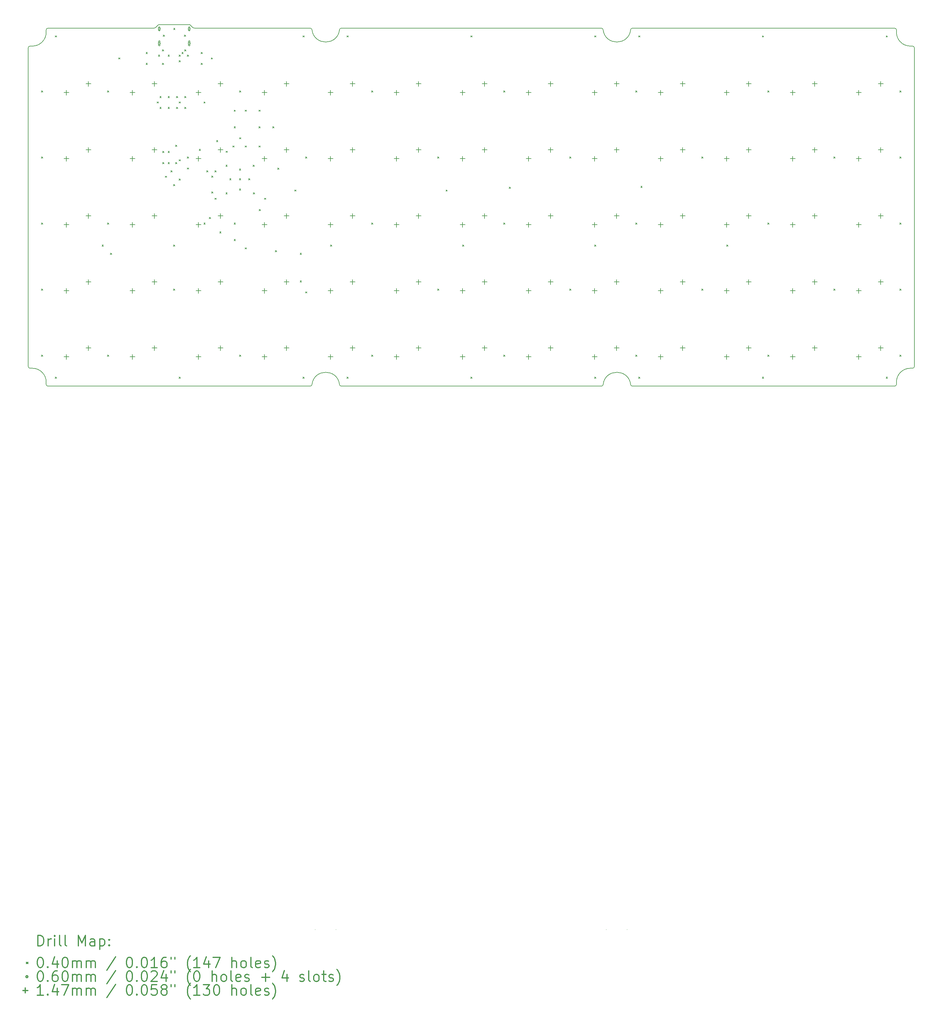
<source format=gbr>
%FSLAX45Y45*%
G04 Gerber Fmt 4.5, Leading zero omitted, Abs format (unit mm)*
G04 Created by KiCad (PCBNEW 5.1.9+dfsg1-1) date 2021-12-29 06:26:32*
%MOMM*%
%LPD*%
G01*
G04 APERTURE LIST*
%TA.AperFunction,Profile*%
%ADD10C,0.200000*%
%TD*%
%ADD11C,0.200000*%
%ADD12C,0.300000*%
G04 APERTURE END LIST*
D10*
X18514479Y-13103060D02*
X11008906Y-13103060D01*
X19408906Y-2778060D02*
X26977035Y-2778060D01*
X27027035Y-12985903D02*
X27027035Y-13053060D01*
X27027035Y-12985903D02*
G75*
G02*
X27427035Y-12585903I400000J0D01*
G01*
X27494193Y-12585903D02*
X27427035Y-12585903D01*
X27544193Y-12535903D02*
G75*
G02*
X27494193Y-12585903I-50000J0D01*
G01*
X19359216Y-2822504D02*
G75*
G02*
X18564170Y-2822504I-397523J44444D01*
G01*
X5668482Y-2748771D02*
X5739193Y-2678060D01*
X10114479Y-2778060D02*
G75*
G02*
X10164170Y-2822504I0J-50000D01*
G01*
X27494193Y-3295217D02*
G75*
G02*
X27544193Y-3345217I0J-50000D01*
G01*
X11008906Y-2778060D02*
X18514479Y-2778060D01*
X6639193Y-2678060D02*
X6709903Y-2748771D01*
X19408906Y-13103060D02*
G75*
G02*
X19359216Y-13058615I0J50000D01*
G01*
X26977035Y-13103060D02*
X19408906Y-13103060D01*
X19359216Y-2822504D02*
G75*
G02*
X19408906Y-2778060I49690J-5556D01*
G01*
X2496350Y-2895217D02*
G75*
G02*
X2096350Y-3295217I-400000J0D01*
G01*
X2096350Y-12585903D02*
X2029193Y-12585903D01*
X27544193Y-3345217D02*
X27544193Y-12535903D01*
X10255343Y-28767900D02*
X10255343Y-28767900D01*
X19255343Y-28767900D02*
X19255343Y-28767900D01*
X10855343Y-28767900D02*
X10855343Y-28767900D01*
X10959216Y-2822504D02*
G75*
G02*
X10164170Y-2822504I-397523J44444D01*
G01*
X10164170Y-13058616D02*
G75*
G02*
X10114479Y-13103060I-49690J5556D01*
G01*
X27427035Y-3295217D02*
X27494193Y-3295217D01*
X1979193Y-12535903D02*
X1979193Y-3345217D01*
X2496350Y-13053060D02*
X2496350Y-12985903D01*
X10114479Y-13103060D02*
X2546350Y-13103060D01*
X18514479Y-2778060D02*
G75*
G02*
X18564170Y-2822504I0J-50000D01*
G01*
X11008906Y-13103060D02*
G75*
G02*
X10959216Y-13058615I0J50000D01*
G01*
X18564170Y-13058616D02*
G75*
G02*
X19359216Y-13058615I397523J-44444D01*
G01*
X27027035Y-13053060D02*
G75*
G02*
X26977035Y-13103060I-50000J0D01*
G01*
X2029193Y-12585903D02*
G75*
G02*
X1979193Y-12535903I0J50000D01*
G01*
X2096350Y-12585903D02*
G75*
G02*
X2496350Y-12985903I0J-400000D01*
G01*
X2496350Y-2895217D02*
X2496350Y-2828060D01*
X2496350Y-2828060D02*
G75*
G02*
X2546350Y-2778060I50000J0D01*
G01*
X2029193Y-3295217D02*
X2096350Y-3295217D01*
X1979193Y-3345217D02*
G75*
G02*
X2029193Y-3295217I50000J0D01*
G01*
X5739193Y-2678060D02*
X6639193Y-2678060D01*
X10164170Y-13058616D02*
G75*
G02*
X10959216Y-13058615I397523J-44444D01*
G01*
X5668482Y-2748771D02*
G75*
G02*
X5597771Y-2778060I-70711J70711D01*
G01*
X10959216Y-2822504D02*
G75*
G02*
X11008906Y-2778060I49690J-5556D01*
G01*
X18564170Y-13058616D02*
G75*
G02*
X18514479Y-13103060I-49690J5556D01*
G01*
X2546350Y-2778060D02*
X5597771Y-2778060D01*
X6780614Y-2778060D02*
G75*
G02*
X6709903Y-2748771I0J100000D01*
G01*
X26977035Y-2778060D02*
G75*
G02*
X27027035Y-2828060I0J-50000D01*
G01*
X27027035Y-2828060D02*
X27027035Y-2895217D01*
X6780614Y-2778060D02*
X10114479Y-2778060D01*
X27427035Y-3295217D02*
G75*
G02*
X27027035Y-2895217I0J400000D01*
G01*
X18655343Y-28767900D02*
X18655343Y-28767900D01*
X2546350Y-13103060D02*
G75*
G02*
X2496350Y-13053060I0J50000D01*
G01*
D11*
X2361250Y-4583750D02*
X2401250Y-4623750D01*
X2401250Y-4583750D02*
X2361250Y-4623750D01*
X2361250Y-6488750D02*
X2401250Y-6528750D01*
X2401250Y-6488750D02*
X2361250Y-6528750D01*
X2361250Y-8393750D02*
X2401250Y-8433750D01*
X2401250Y-8393750D02*
X2361250Y-8433750D01*
X2361250Y-10298750D02*
X2401250Y-10338750D01*
X2401250Y-10298750D02*
X2361250Y-10338750D01*
X2361250Y-12203750D02*
X2401250Y-12243750D01*
X2401250Y-12203750D02*
X2361250Y-12243750D01*
X2758125Y-2996250D02*
X2798125Y-3036250D01*
X2798125Y-2996250D02*
X2758125Y-3036250D01*
X2758125Y-12838750D02*
X2798125Y-12878750D01*
X2798125Y-12838750D02*
X2758125Y-12878750D01*
X4107500Y-9028750D02*
X4147500Y-9068750D01*
X4147500Y-9028750D02*
X4107500Y-9068750D01*
X4266250Y-4583750D02*
X4306250Y-4623750D01*
X4306250Y-4583750D02*
X4266250Y-4623750D01*
X4266250Y-8393750D02*
X4306250Y-8433750D01*
X4306250Y-8393750D02*
X4266250Y-8433750D01*
X4266250Y-12203750D02*
X4306250Y-12243750D01*
X4306250Y-12203750D02*
X4266250Y-12243750D01*
X4345625Y-9266875D02*
X4385625Y-9306875D01*
X4385625Y-9266875D02*
X4345625Y-9306875D01*
X4583750Y-3631250D02*
X4623750Y-3671250D01*
X4623750Y-3631250D02*
X4583750Y-3671250D01*
X5377500Y-3472500D02*
X5417500Y-3512500D01*
X5417500Y-3472500D02*
X5377500Y-3512500D01*
X5377500Y-3790000D02*
X5417500Y-3830000D01*
X5417500Y-3790000D02*
X5377500Y-3830000D01*
X5695000Y-4901250D02*
X5735000Y-4941250D01*
X5735000Y-4901250D02*
X5695000Y-4941250D01*
X5733100Y-3551875D02*
X5773100Y-3591875D01*
X5773100Y-3551875D02*
X5733100Y-3591875D01*
X5774375Y-4742500D02*
X5814375Y-4782500D01*
X5814375Y-4742500D02*
X5774375Y-4782500D01*
X5774375Y-5060000D02*
X5814375Y-5100000D01*
X5814375Y-5060000D02*
X5774375Y-5100000D01*
X5847400Y-3396300D02*
X5887400Y-3436300D01*
X5887400Y-3396300D02*
X5847400Y-3436300D01*
X5847400Y-3790000D02*
X5887400Y-3830000D01*
X5887400Y-3790000D02*
X5847400Y-3830000D01*
X5853750Y-6330000D02*
X5893750Y-6370000D01*
X5893750Y-6330000D02*
X5853750Y-6370000D01*
X5853750Y-6647500D02*
X5893750Y-6687500D01*
X5893750Y-6647500D02*
X5853750Y-6687500D01*
X5872800Y-2977200D02*
X5912800Y-3017200D01*
X5912800Y-2977200D02*
X5872800Y-3017200D01*
X5933125Y-7044375D02*
X5973125Y-7084375D01*
X5973125Y-7044375D02*
X5933125Y-7084375D01*
X6012500Y-3551875D02*
X6052500Y-3591875D01*
X6052500Y-3551875D02*
X6012500Y-3591875D01*
X6012500Y-4742500D02*
X6052500Y-4782500D01*
X6052500Y-4742500D02*
X6012500Y-4782500D01*
X6012500Y-5060000D02*
X6052500Y-5100000D01*
X6052500Y-5060000D02*
X6012500Y-5100000D01*
X6012500Y-6330000D02*
X6052500Y-6370000D01*
X6052500Y-6330000D02*
X6012500Y-6370000D01*
X6012500Y-6647500D02*
X6052500Y-6687500D01*
X6052500Y-6647500D02*
X6012500Y-6687500D01*
X6091875Y-6885625D02*
X6131875Y-6925625D01*
X6131875Y-6885625D02*
X6091875Y-6925625D01*
X6171250Y-7282500D02*
X6211250Y-7322500D01*
X6211250Y-7282500D02*
X6171250Y-7322500D01*
X6171250Y-9028750D02*
X6211250Y-9068750D01*
X6211250Y-9028750D02*
X6171250Y-9068750D01*
X6171250Y-10298750D02*
X6211250Y-10338750D01*
X6211250Y-10298750D02*
X6171250Y-10338750D01*
X6173000Y-2778600D02*
X6213000Y-2818600D01*
X6213000Y-2778600D02*
X6173000Y-2818600D01*
X6228400Y-6152200D02*
X6268400Y-6192200D01*
X6268400Y-6152200D02*
X6228400Y-6192200D01*
X6228400Y-6647500D02*
X6268400Y-6687500D01*
X6268400Y-6647500D02*
X6228400Y-6687500D01*
X6250625Y-4742500D02*
X6290625Y-4782500D01*
X6290625Y-4742500D02*
X6250625Y-4782500D01*
X6250625Y-5060000D02*
X6290625Y-5100000D01*
X6290625Y-5060000D02*
X6250625Y-5100000D01*
X6330000Y-3551875D02*
X6370000Y-3591875D01*
X6370000Y-3551875D02*
X6330000Y-3591875D01*
X6330000Y-3710625D02*
X6370000Y-3750625D01*
X6370000Y-3710625D02*
X6330000Y-3750625D01*
X6330000Y-4901250D02*
X6370000Y-4941250D01*
X6370000Y-4901250D02*
X6330000Y-4941250D01*
X6330000Y-6568125D02*
X6370000Y-6608125D01*
X6370000Y-6568125D02*
X6330000Y-6608125D01*
X6330000Y-7123750D02*
X6370000Y-7163750D01*
X6370000Y-7123750D02*
X6330000Y-7163750D01*
X6330000Y-12838750D02*
X6370000Y-12878750D01*
X6370000Y-12838750D02*
X6330000Y-12878750D01*
X6409216Y-3472341D02*
X6449216Y-3512341D01*
X6449216Y-3472341D02*
X6409216Y-3512341D01*
X6482400Y-2977200D02*
X6522400Y-3017200D01*
X6522400Y-2977200D02*
X6482400Y-3017200D01*
X6488750Y-4742500D02*
X6528750Y-4782500D01*
X6528750Y-4742500D02*
X6488750Y-4782500D01*
X6488750Y-5060000D02*
X6528750Y-5100000D01*
X6528750Y-5060000D02*
X6488750Y-5100000D01*
X6491250Y-3395625D02*
X6531250Y-3435625D01*
X6531250Y-3395625D02*
X6491250Y-3435625D01*
X6568125Y-3551875D02*
X6608125Y-3591875D01*
X6608125Y-3551875D02*
X6568125Y-3591875D01*
X6568125Y-6488750D02*
X6608125Y-6528750D01*
X6608125Y-6488750D02*
X6568125Y-6528750D01*
X6568125Y-6806250D02*
X6608125Y-6846250D01*
X6608125Y-6806250D02*
X6568125Y-6846250D01*
X6908854Y-6266500D02*
X6948854Y-6306500D01*
X6948854Y-6266500D02*
X6908854Y-6306500D01*
X6965000Y-3472500D02*
X7005000Y-3512500D01*
X7005000Y-3472500D02*
X6965000Y-3512500D01*
X6965000Y-3790000D02*
X7005000Y-3830000D01*
X7005000Y-3790000D02*
X6965000Y-3830000D01*
X7044375Y-4901250D02*
X7084375Y-4941250D01*
X7084375Y-4901250D02*
X7044375Y-4941250D01*
X7044375Y-8393750D02*
X7084375Y-8433750D01*
X7084375Y-8393750D02*
X7044375Y-8433750D01*
X7123750Y-6885625D02*
X7163750Y-6925625D01*
X7163750Y-6885625D02*
X7123750Y-6925625D01*
X7203125Y-8235000D02*
X7243125Y-8275000D01*
X7243125Y-8235000D02*
X7203125Y-8275000D01*
X7256507Y-3631250D02*
X7296507Y-3671250D01*
X7296507Y-3631250D02*
X7256507Y-3671250D01*
X7269800Y-7041200D02*
X7309800Y-7081200D01*
X7309800Y-7041200D02*
X7269800Y-7081200D01*
X7269800Y-7498400D02*
X7309800Y-7538400D01*
X7309800Y-7498400D02*
X7269800Y-7538400D01*
X7361875Y-6885625D02*
X7401875Y-6925625D01*
X7401875Y-6885625D02*
X7361875Y-6925625D01*
X7361875Y-7679375D02*
X7401875Y-7719375D01*
X7401875Y-7679375D02*
X7361875Y-7719375D01*
X7409500Y-6012500D02*
X7449500Y-6052500D01*
X7449500Y-6012500D02*
X7409500Y-6052500D01*
X7502929Y-8649571D02*
X7542929Y-8689571D01*
X7542929Y-8649571D02*
X7502929Y-8689571D01*
X7679375Y-6726875D02*
X7719375Y-6766875D01*
X7719375Y-6726875D02*
X7679375Y-6766875D01*
X7679375Y-7520625D02*
X7719375Y-7560625D01*
X7719375Y-7520625D02*
X7679375Y-7560625D01*
X7686618Y-6322757D02*
X7726618Y-6362757D01*
X7726618Y-6322757D02*
X7686618Y-6362757D01*
X7790500Y-7117400D02*
X7830500Y-7157400D01*
X7830500Y-7117400D02*
X7790500Y-7157400D01*
X7879400Y-6171250D02*
X7919400Y-6211250D01*
X7919400Y-6171250D02*
X7879400Y-6211250D01*
X7917500Y-5139375D02*
X7957500Y-5179375D01*
X7957500Y-5139375D02*
X7917500Y-5179375D01*
X7917500Y-5615625D02*
X7957500Y-5655625D01*
X7957500Y-5615625D02*
X7917500Y-5655625D01*
X7917500Y-8393750D02*
X7957500Y-8433750D01*
X7957500Y-8393750D02*
X7917500Y-8433750D01*
X7917500Y-8870000D02*
X7957500Y-8910000D01*
X7957500Y-8870000D02*
X7917500Y-8910000D01*
X8069900Y-6838000D02*
X8109900Y-6878000D01*
X8109900Y-6838000D02*
X8069900Y-6878000D01*
X8069900Y-7117400D02*
X8109900Y-7157400D01*
X8109900Y-7117400D02*
X8069900Y-7157400D01*
X8069900Y-7409500D02*
X8109900Y-7449500D01*
X8109900Y-7409500D02*
X8069900Y-7449500D01*
X8076250Y-4583750D02*
X8116250Y-4623750D01*
X8116250Y-4583750D02*
X8076250Y-4623750D01*
X8076250Y-5933125D02*
X8116250Y-5973125D01*
X8116250Y-5933125D02*
X8076250Y-5973125D01*
X8076250Y-12203750D02*
X8116250Y-12243750D01*
X8116250Y-12203750D02*
X8076250Y-12243750D01*
X8235000Y-5139375D02*
X8275000Y-5179375D01*
X8275000Y-5139375D02*
X8235000Y-5179375D01*
X8235000Y-6171250D02*
X8275000Y-6211250D01*
X8275000Y-6171250D02*
X8235000Y-6211250D01*
X8235000Y-9108125D02*
X8275000Y-9148125D01*
X8275000Y-9108125D02*
X8235000Y-9148125D01*
X8336600Y-7117400D02*
X8376600Y-7157400D01*
X8376600Y-7117400D02*
X8336600Y-7157400D01*
X8463600Y-6723700D02*
X8503600Y-6763700D01*
X8503600Y-6723700D02*
X8463600Y-6763700D01*
X8473125Y-7520625D02*
X8513125Y-7560625D01*
X8513125Y-7520625D02*
X8473125Y-7560625D01*
X8631875Y-5139375D02*
X8671875Y-5179375D01*
X8671875Y-5139375D02*
X8631875Y-5179375D01*
X8631875Y-5615625D02*
X8671875Y-5655625D01*
X8671875Y-5615625D02*
X8631875Y-5655625D01*
X8631875Y-6171250D02*
X8671875Y-6211250D01*
X8671875Y-6171250D02*
X8631875Y-6211250D01*
X8641013Y-8002899D02*
X8681013Y-8042899D01*
X8681013Y-8002899D02*
X8641013Y-8042899D01*
X8795825Y-7679375D02*
X8835825Y-7719375D01*
X8835825Y-7679375D02*
X8795825Y-7719375D01*
X9028750Y-5615625D02*
X9068750Y-5655625D01*
X9068750Y-5615625D02*
X9028750Y-5655625D01*
X9108125Y-9187500D02*
X9148125Y-9227500D01*
X9148125Y-9187500D02*
X9108125Y-9227500D01*
X9174800Y-6812600D02*
X9214800Y-6852600D01*
X9214800Y-6812600D02*
X9174800Y-6852600D01*
X9663750Y-7441250D02*
X9703750Y-7481250D01*
X9703750Y-7441250D02*
X9663750Y-7481250D01*
X9822500Y-9266875D02*
X9862500Y-9306875D01*
X9862500Y-9266875D02*
X9822500Y-9306875D01*
X9822500Y-10060625D02*
X9862500Y-10100625D01*
X9862500Y-10060625D02*
X9822500Y-10100625D01*
X9901875Y-2996250D02*
X9941875Y-3036250D01*
X9941875Y-2996250D02*
X9901875Y-3036250D01*
X9901875Y-12838750D02*
X9941875Y-12878750D01*
X9941875Y-12838750D02*
X9901875Y-12878750D01*
X9981250Y-6488750D02*
X10021250Y-6528750D01*
X10021250Y-6488750D02*
X9981250Y-6528750D01*
X9981250Y-10378125D02*
X10021250Y-10418125D01*
X10021250Y-10378125D02*
X9981250Y-10418125D01*
X10695625Y-9028750D02*
X10735625Y-9068750D01*
X10735625Y-9028750D02*
X10695625Y-9068750D01*
X11171875Y-2996250D02*
X11211875Y-3036250D01*
X11211875Y-2996250D02*
X11171875Y-3036250D01*
X11171875Y-12838750D02*
X11211875Y-12878750D01*
X11211875Y-12838750D02*
X11171875Y-12878750D01*
X11886250Y-4583750D02*
X11926250Y-4623750D01*
X11926250Y-4583750D02*
X11886250Y-4623750D01*
X11886250Y-8393750D02*
X11926250Y-8433750D01*
X11926250Y-8393750D02*
X11886250Y-8433750D01*
X11886250Y-12203750D02*
X11926250Y-12243750D01*
X11926250Y-12203750D02*
X11886250Y-12243750D01*
X13791250Y-6488750D02*
X13831250Y-6528750D01*
X13831250Y-6488750D02*
X13791250Y-6528750D01*
X13791250Y-10298750D02*
X13831250Y-10338750D01*
X13831250Y-10298750D02*
X13791250Y-10338750D01*
X14029375Y-7441250D02*
X14069375Y-7481250D01*
X14069375Y-7441250D02*
X14029375Y-7481250D01*
X14505625Y-9028750D02*
X14545625Y-9068750D01*
X14545625Y-9028750D02*
X14505625Y-9068750D01*
X14743750Y-2996250D02*
X14783750Y-3036250D01*
X14783750Y-2996250D02*
X14743750Y-3036250D01*
X14743750Y-12838750D02*
X14783750Y-12878750D01*
X14783750Y-12838750D02*
X14743750Y-12878750D01*
X15696250Y-4583750D02*
X15736250Y-4623750D01*
X15736250Y-4583750D02*
X15696250Y-4623750D01*
X15696250Y-8393750D02*
X15736250Y-8433750D01*
X15736250Y-8393750D02*
X15696250Y-8433750D01*
X15696250Y-12203750D02*
X15736250Y-12243750D01*
X15736250Y-12203750D02*
X15696250Y-12243750D01*
X15855000Y-7361875D02*
X15895000Y-7401875D01*
X15895000Y-7361875D02*
X15855000Y-7401875D01*
X17601250Y-6488750D02*
X17641250Y-6528750D01*
X17641250Y-6488750D02*
X17601250Y-6528750D01*
X17601250Y-10298750D02*
X17641250Y-10338750D01*
X17641250Y-10298750D02*
X17601250Y-10338750D01*
X18315625Y-2996250D02*
X18355625Y-3036250D01*
X18355625Y-2996250D02*
X18315625Y-3036250D01*
X18315625Y-9028750D02*
X18355625Y-9068750D01*
X18355625Y-9028750D02*
X18315625Y-9068750D01*
X18315625Y-12838750D02*
X18355625Y-12878750D01*
X18355625Y-12838750D02*
X18315625Y-12878750D01*
X19506250Y-4583750D02*
X19546250Y-4623750D01*
X19546250Y-4583750D02*
X19506250Y-4623750D01*
X19506250Y-8393750D02*
X19546250Y-8433750D01*
X19546250Y-8393750D02*
X19506250Y-8433750D01*
X19506250Y-12203750D02*
X19546250Y-12243750D01*
X19546250Y-12203750D02*
X19506250Y-12243750D01*
X19585625Y-2996250D02*
X19625625Y-3036250D01*
X19625625Y-2996250D02*
X19585625Y-3036250D01*
X19585625Y-12838750D02*
X19625625Y-12878750D01*
X19625625Y-12838750D02*
X19585625Y-12878750D01*
X19652300Y-7333300D02*
X19692300Y-7373300D01*
X19692300Y-7333300D02*
X19652300Y-7373300D01*
X21411250Y-6488750D02*
X21451250Y-6528750D01*
X21451250Y-6488750D02*
X21411250Y-6528750D01*
X21411250Y-10298750D02*
X21451250Y-10338750D01*
X21451250Y-10298750D02*
X21411250Y-10338750D01*
X22125625Y-9028750D02*
X22165625Y-9068750D01*
X22165625Y-9028750D02*
X22125625Y-9068750D01*
X23157500Y-2996250D02*
X23197500Y-3036250D01*
X23197500Y-2996250D02*
X23157500Y-3036250D01*
X23157500Y-12838750D02*
X23197500Y-12878750D01*
X23197500Y-12838750D02*
X23157500Y-12878750D01*
X23316250Y-4583750D02*
X23356250Y-4623750D01*
X23356250Y-4583750D02*
X23316250Y-4623750D01*
X23316250Y-8393750D02*
X23356250Y-8433750D01*
X23356250Y-8393750D02*
X23316250Y-8433750D01*
X23316250Y-12203750D02*
X23356250Y-12243750D01*
X23356250Y-12203750D02*
X23316250Y-12243750D01*
X25221250Y-6488750D02*
X25261250Y-6528750D01*
X25261250Y-6488750D02*
X25221250Y-6528750D01*
X25221250Y-10298750D02*
X25261250Y-10338750D01*
X25261250Y-10298750D02*
X25221250Y-10338750D01*
X26729375Y-2996250D02*
X26769375Y-3036250D01*
X26769375Y-2996250D02*
X26729375Y-3036250D01*
X26729375Y-12838750D02*
X26769375Y-12878750D01*
X26769375Y-12838750D02*
X26729375Y-12878750D01*
X27126250Y-4583750D02*
X27166250Y-4623750D01*
X27166250Y-4583750D02*
X27126250Y-4623750D01*
X27126250Y-6488750D02*
X27166250Y-6528750D01*
X27166250Y-6488750D02*
X27126250Y-6528750D01*
X27126250Y-8393750D02*
X27166250Y-8433750D01*
X27166250Y-8393750D02*
X27126250Y-8433750D01*
X27126250Y-10298750D02*
X27166250Y-10338750D01*
X27166250Y-10298750D02*
X27126250Y-10338750D01*
X27126250Y-12203750D02*
X27166250Y-12243750D01*
X27166250Y-12203750D02*
X27126250Y-12243750D01*
X5789250Y-2798600D02*
G75*
G03*
X5789250Y-2798600I-30000J0D01*
G01*
X5739250Y-2758600D02*
X5739250Y-2838600D01*
X5779250Y-2758600D02*
X5779250Y-2838600D01*
X5739250Y-2838600D02*
G75*
G03*
X5779250Y-2838600I20000J0D01*
G01*
X5779250Y-2758600D02*
G75*
G03*
X5739250Y-2758600I-20000J0D01*
G01*
X5789250Y-3215600D02*
G75*
G03*
X5789250Y-3215600I-30000J0D01*
G01*
X5739250Y-3160600D02*
X5739250Y-3270600D01*
X5779250Y-3160600D02*
X5779250Y-3270600D01*
X5739250Y-3270600D02*
G75*
G03*
X5779250Y-3270600I20000J0D01*
G01*
X5779250Y-3160600D02*
G75*
G03*
X5739250Y-3160600I-20000J0D01*
G01*
X6653250Y-2798600D02*
G75*
G03*
X6653250Y-2798600I-30000J0D01*
G01*
X6603250Y-2758600D02*
X6603250Y-2838600D01*
X6643250Y-2758600D02*
X6643250Y-2838600D01*
X6603250Y-2838600D02*
G75*
G03*
X6643250Y-2838600I20000J0D01*
G01*
X6643250Y-2758600D02*
G75*
G03*
X6603250Y-2758600I-20000J0D01*
G01*
X6653250Y-3215600D02*
G75*
G03*
X6653250Y-3215600I-30000J0D01*
G01*
X6603250Y-3160600D02*
X6603250Y-3270600D01*
X6643250Y-3160600D02*
X6643250Y-3270600D01*
X6603250Y-3270600D02*
G75*
G03*
X6643250Y-3270600I20000J0D01*
G01*
X6643250Y-3160600D02*
G75*
G03*
X6603250Y-3160600I-20000J0D01*
G01*
X3079750Y-4562000D02*
X3079750Y-4709000D01*
X3006250Y-4635500D02*
X3153250Y-4635500D01*
X3079750Y-6467000D02*
X3079750Y-6614000D01*
X3006250Y-6540500D02*
X3153250Y-6540500D01*
X3079750Y-8372000D02*
X3079750Y-8519000D01*
X3006250Y-8445500D02*
X3153250Y-8445500D01*
X3079750Y-10277000D02*
X3079750Y-10424000D01*
X3006250Y-10350500D02*
X3153250Y-10350500D01*
X3079750Y-12182000D02*
X3079750Y-12329000D01*
X3006250Y-12255500D02*
X3153250Y-12255500D01*
X3714750Y-4308000D02*
X3714750Y-4455000D01*
X3641250Y-4381500D02*
X3788250Y-4381500D01*
X3714750Y-6213000D02*
X3714750Y-6360000D01*
X3641250Y-6286500D02*
X3788250Y-6286500D01*
X3714750Y-8118000D02*
X3714750Y-8265000D01*
X3641250Y-8191500D02*
X3788250Y-8191500D01*
X3714750Y-10023000D02*
X3714750Y-10170000D01*
X3641250Y-10096500D02*
X3788250Y-10096500D01*
X3714750Y-11928000D02*
X3714750Y-12075000D01*
X3641250Y-12001500D02*
X3788250Y-12001500D01*
X4984750Y-4562000D02*
X4984750Y-4709000D01*
X4911250Y-4635500D02*
X5058250Y-4635500D01*
X4984750Y-6467000D02*
X4984750Y-6614000D01*
X4911250Y-6540500D02*
X5058250Y-6540500D01*
X4984750Y-8372000D02*
X4984750Y-8519000D01*
X4911250Y-8445500D02*
X5058250Y-8445500D01*
X4984750Y-10277000D02*
X4984750Y-10424000D01*
X4911250Y-10350500D02*
X5058250Y-10350500D01*
X4984750Y-12182000D02*
X4984750Y-12329000D01*
X4911250Y-12255500D02*
X5058250Y-12255500D01*
X5619750Y-4308000D02*
X5619750Y-4455000D01*
X5546250Y-4381500D02*
X5693250Y-4381500D01*
X5619750Y-6213000D02*
X5619750Y-6360000D01*
X5546250Y-6286500D02*
X5693250Y-6286500D01*
X5619750Y-8118000D02*
X5619750Y-8265000D01*
X5546250Y-8191500D02*
X5693250Y-8191500D01*
X5619750Y-10023000D02*
X5619750Y-10170000D01*
X5546250Y-10096500D02*
X5693250Y-10096500D01*
X5619750Y-11928000D02*
X5619750Y-12075000D01*
X5546250Y-12001500D02*
X5693250Y-12001500D01*
X6889750Y-4562000D02*
X6889750Y-4709000D01*
X6816250Y-4635500D02*
X6963250Y-4635500D01*
X6889750Y-6467000D02*
X6889750Y-6614000D01*
X6816250Y-6540500D02*
X6963250Y-6540500D01*
X6889750Y-8372000D02*
X6889750Y-8519000D01*
X6816250Y-8445500D02*
X6963250Y-8445500D01*
X6889750Y-10277000D02*
X6889750Y-10424000D01*
X6816250Y-10350500D02*
X6963250Y-10350500D01*
X6889750Y-12182000D02*
X6889750Y-12329000D01*
X6816250Y-12255500D02*
X6963250Y-12255500D01*
X7524750Y-4308000D02*
X7524750Y-4455000D01*
X7451250Y-4381500D02*
X7598250Y-4381500D01*
X7524750Y-6213000D02*
X7524750Y-6360000D01*
X7451250Y-6286500D02*
X7598250Y-6286500D01*
X7524750Y-8118000D02*
X7524750Y-8265000D01*
X7451250Y-8191500D02*
X7598250Y-8191500D01*
X7524750Y-10023000D02*
X7524750Y-10170000D01*
X7451250Y-10096500D02*
X7598250Y-10096500D01*
X7524750Y-11928000D02*
X7524750Y-12075000D01*
X7451250Y-12001500D02*
X7598250Y-12001500D01*
X8794750Y-4562000D02*
X8794750Y-4709000D01*
X8721250Y-4635500D02*
X8868250Y-4635500D01*
X8794750Y-6467000D02*
X8794750Y-6614000D01*
X8721250Y-6540500D02*
X8868250Y-6540500D01*
X8794750Y-8372000D02*
X8794750Y-8519000D01*
X8721250Y-8445500D02*
X8868250Y-8445500D01*
X8794750Y-10277000D02*
X8794750Y-10424000D01*
X8721250Y-10350500D02*
X8868250Y-10350500D01*
X8794750Y-12182000D02*
X8794750Y-12329000D01*
X8721250Y-12255500D02*
X8868250Y-12255500D01*
X9429750Y-4308000D02*
X9429750Y-4455000D01*
X9356250Y-4381500D02*
X9503250Y-4381500D01*
X9429750Y-6213000D02*
X9429750Y-6360000D01*
X9356250Y-6286500D02*
X9503250Y-6286500D01*
X9429750Y-8118000D02*
X9429750Y-8265000D01*
X9356250Y-8191500D02*
X9503250Y-8191500D01*
X9429750Y-10023000D02*
X9429750Y-10170000D01*
X9356250Y-10096500D02*
X9503250Y-10096500D01*
X9429750Y-11928000D02*
X9429750Y-12075000D01*
X9356250Y-12001500D02*
X9503250Y-12001500D01*
X10699750Y-4562000D02*
X10699750Y-4709000D01*
X10626250Y-4635500D02*
X10773250Y-4635500D01*
X10699750Y-6467000D02*
X10699750Y-6614000D01*
X10626250Y-6540500D02*
X10773250Y-6540500D01*
X10699750Y-8372000D02*
X10699750Y-8519000D01*
X10626250Y-8445500D02*
X10773250Y-8445500D01*
X10699750Y-10277000D02*
X10699750Y-10424000D01*
X10626250Y-10350500D02*
X10773250Y-10350500D01*
X10699750Y-12182000D02*
X10699750Y-12329000D01*
X10626250Y-12255500D02*
X10773250Y-12255500D01*
X11334750Y-4308000D02*
X11334750Y-4455000D01*
X11261250Y-4381500D02*
X11408250Y-4381500D01*
X11334750Y-6213000D02*
X11334750Y-6360000D01*
X11261250Y-6286500D02*
X11408250Y-6286500D01*
X11334750Y-8118000D02*
X11334750Y-8265000D01*
X11261250Y-8191500D02*
X11408250Y-8191500D01*
X11334750Y-10023000D02*
X11334750Y-10170000D01*
X11261250Y-10096500D02*
X11408250Y-10096500D01*
X11334750Y-11928000D02*
X11334750Y-12075000D01*
X11261250Y-12001500D02*
X11408250Y-12001500D01*
X12604750Y-4562000D02*
X12604750Y-4709000D01*
X12531250Y-4635500D02*
X12678250Y-4635500D01*
X12604750Y-6467000D02*
X12604750Y-6614000D01*
X12531250Y-6540500D02*
X12678250Y-6540500D01*
X12604750Y-8372000D02*
X12604750Y-8519000D01*
X12531250Y-8445500D02*
X12678250Y-8445500D01*
X12604750Y-10277000D02*
X12604750Y-10424000D01*
X12531250Y-10350500D02*
X12678250Y-10350500D01*
X12604750Y-12182000D02*
X12604750Y-12329000D01*
X12531250Y-12255500D02*
X12678250Y-12255500D01*
X13239750Y-4308000D02*
X13239750Y-4455000D01*
X13166250Y-4381500D02*
X13313250Y-4381500D01*
X13239750Y-6213000D02*
X13239750Y-6360000D01*
X13166250Y-6286500D02*
X13313250Y-6286500D01*
X13239750Y-8118000D02*
X13239750Y-8265000D01*
X13166250Y-8191500D02*
X13313250Y-8191500D01*
X13239750Y-10023000D02*
X13239750Y-10170000D01*
X13166250Y-10096500D02*
X13313250Y-10096500D01*
X13239750Y-11928000D02*
X13239750Y-12075000D01*
X13166250Y-12001500D02*
X13313250Y-12001500D01*
X14509750Y-4562000D02*
X14509750Y-4709000D01*
X14436250Y-4635500D02*
X14583250Y-4635500D01*
X14509750Y-6467000D02*
X14509750Y-6614000D01*
X14436250Y-6540500D02*
X14583250Y-6540500D01*
X14509750Y-8372000D02*
X14509750Y-8519000D01*
X14436250Y-8445500D02*
X14583250Y-8445500D01*
X14509750Y-10277000D02*
X14509750Y-10424000D01*
X14436250Y-10350500D02*
X14583250Y-10350500D01*
X14509750Y-12182000D02*
X14509750Y-12329000D01*
X14436250Y-12255500D02*
X14583250Y-12255500D01*
X15144750Y-4308000D02*
X15144750Y-4455000D01*
X15071250Y-4381500D02*
X15218250Y-4381500D01*
X15144750Y-6213000D02*
X15144750Y-6360000D01*
X15071250Y-6286500D02*
X15218250Y-6286500D01*
X15144750Y-8118000D02*
X15144750Y-8265000D01*
X15071250Y-8191500D02*
X15218250Y-8191500D01*
X15144750Y-10023000D02*
X15144750Y-10170000D01*
X15071250Y-10096500D02*
X15218250Y-10096500D01*
X15144750Y-11928000D02*
X15144750Y-12075000D01*
X15071250Y-12001500D02*
X15218250Y-12001500D01*
X16414750Y-4562000D02*
X16414750Y-4709000D01*
X16341250Y-4635500D02*
X16488250Y-4635500D01*
X16414750Y-6467000D02*
X16414750Y-6614000D01*
X16341250Y-6540500D02*
X16488250Y-6540500D01*
X16414750Y-8372000D02*
X16414750Y-8519000D01*
X16341250Y-8445500D02*
X16488250Y-8445500D01*
X16414750Y-10277000D02*
X16414750Y-10424000D01*
X16341250Y-10350500D02*
X16488250Y-10350500D01*
X16414750Y-12182000D02*
X16414750Y-12329000D01*
X16341250Y-12255500D02*
X16488250Y-12255500D01*
X17049750Y-4308000D02*
X17049750Y-4455000D01*
X16976250Y-4381500D02*
X17123250Y-4381500D01*
X17049750Y-6213000D02*
X17049750Y-6360000D01*
X16976250Y-6286500D02*
X17123250Y-6286500D01*
X17049750Y-8118000D02*
X17049750Y-8265000D01*
X16976250Y-8191500D02*
X17123250Y-8191500D01*
X17049750Y-10023000D02*
X17049750Y-10170000D01*
X16976250Y-10096500D02*
X17123250Y-10096500D01*
X17049750Y-11928000D02*
X17049750Y-12075000D01*
X16976250Y-12001500D02*
X17123250Y-12001500D01*
X18319750Y-4562000D02*
X18319750Y-4709000D01*
X18246250Y-4635500D02*
X18393250Y-4635500D01*
X18319750Y-6467000D02*
X18319750Y-6614000D01*
X18246250Y-6540500D02*
X18393250Y-6540500D01*
X18319750Y-8372000D02*
X18319750Y-8519000D01*
X18246250Y-8445500D02*
X18393250Y-8445500D01*
X18319750Y-10277000D02*
X18319750Y-10424000D01*
X18246250Y-10350500D02*
X18393250Y-10350500D01*
X18319750Y-12182000D02*
X18319750Y-12329000D01*
X18246250Y-12255500D02*
X18393250Y-12255500D01*
X18954750Y-4308000D02*
X18954750Y-4455000D01*
X18881250Y-4381500D02*
X19028250Y-4381500D01*
X18954750Y-6213000D02*
X18954750Y-6360000D01*
X18881250Y-6286500D02*
X19028250Y-6286500D01*
X18954750Y-8118000D02*
X18954750Y-8265000D01*
X18881250Y-8191500D02*
X19028250Y-8191500D01*
X18954750Y-10023000D02*
X18954750Y-10170000D01*
X18881250Y-10096500D02*
X19028250Y-10096500D01*
X18954750Y-11928000D02*
X18954750Y-12075000D01*
X18881250Y-12001500D02*
X19028250Y-12001500D01*
X20224750Y-4562000D02*
X20224750Y-4709000D01*
X20151250Y-4635500D02*
X20298250Y-4635500D01*
X20224750Y-6467000D02*
X20224750Y-6614000D01*
X20151250Y-6540500D02*
X20298250Y-6540500D01*
X20224750Y-8372000D02*
X20224750Y-8519000D01*
X20151250Y-8445500D02*
X20298250Y-8445500D01*
X20224750Y-10277000D02*
X20224750Y-10424000D01*
X20151250Y-10350500D02*
X20298250Y-10350500D01*
X20224750Y-12182000D02*
X20224750Y-12329000D01*
X20151250Y-12255500D02*
X20298250Y-12255500D01*
X20859750Y-4308000D02*
X20859750Y-4455000D01*
X20786250Y-4381500D02*
X20933250Y-4381500D01*
X20859750Y-6213000D02*
X20859750Y-6360000D01*
X20786250Y-6286500D02*
X20933250Y-6286500D01*
X20859750Y-8118000D02*
X20859750Y-8265000D01*
X20786250Y-8191500D02*
X20933250Y-8191500D01*
X20859750Y-10023000D02*
X20859750Y-10170000D01*
X20786250Y-10096500D02*
X20933250Y-10096500D01*
X20859750Y-11928000D02*
X20859750Y-12075000D01*
X20786250Y-12001500D02*
X20933250Y-12001500D01*
X22129750Y-4562000D02*
X22129750Y-4709000D01*
X22056250Y-4635500D02*
X22203250Y-4635500D01*
X22129750Y-6467000D02*
X22129750Y-6614000D01*
X22056250Y-6540500D02*
X22203250Y-6540500D01*
X22129750Y-8372000D02*
X22129750Y-8519000D01*
X22056250Y-8445500D02*
X22203250Y-8445500D01*
X22129750Y-10277000D02*
X22129750Y-10424000D01*
X22056250Y-10350500D02*
X22203250Y-10350500D01*
X22129750Y-12182000D02*
X22129750Y-12329000D01*
X22056250Y-12255500D02*
X22203250Y-12255500D01*
X22764750Y-4308000D02*
X22764750Y-4455000D01*
X22691250Y-4381500D02*
X22838250Y-4381500D01*
X22764750Y-6213000D02*
X22764750Y-6360000D01*
X22691250Y-6286500D02*
X22838250Y-6286500D01*
X22764750Y-8118000D02*
X22764750Y-8265000D01*
X22691250Y-8191500D02*
X22838250Y-8191500D01*
X22764750Y-10023000D02*
X22764750Y-10170000D01*
X22691250Y-10096500D02*
X22838250Y-10096500D01*
X22764750Y-11928000D02*
X22764750Y-12075000D01*
X22691250Y-12001500D02*
X22838250Y-12001500D01*
X24034750Y-4562000D02*
X24034750Y-4709000D01*
X23961250Y-4635500D02*
X24108250Y-4635500D01*
X24034750Y-6467000D02*
X24034750Y-6614000D01*
X23961250Y-6540500D02*
X24108250Y-6540500D01*
X24034750Y-8372000D02*
X24034750Y-8519000D01*
X23961250Y-8445500D02*
X24108250Y-8445500D01*
X24034750Y-10277000D02*
X24034750Y-10424000D01*
X23961250Y-10350500D02*
X24108250Y-10350500D01*
X24034750Y-12182000D02*
X24034750Y-12329000D01*
X23961250Y-12255500D02*
X24108250Y-12255500D01*
X24669750Y-4308000D02*
X24669750Y-4455000D01*
X24596250Y-4381500D02*
X24743250Y-4381500D01*
X24669750Y-6213000D02*
X24669750Y-6360000D01*
X24596250Y-6286500D02*
X24743250Y-6286500D01*
X24669750Y-8118000D02*
X24669750Y-8265000D01*
X24596250Y-8191500D02*
X24743250Y-8191500D01*
X24669750Y-10023000D02*
X24669750Y-10170000D01*
X24596250Y-10096500D02*
X24743250Y-10096500D01*
X24669750Y-11928000D02*
X24669750Y-12075000D01*
X24596250Y-12001500D02*
X24743250Y-12001500D01*
X25939750Y-4562000D02*
X25939750Y-4709000D01*
X25866250Y-4635500D02*
X26013250Y-4635500D01*
X25939750Y-6467000D02*
X25939750Y-6614000D01*
X25866250Y-6540500D02*
X26013250Y-6540500D01*
X25939750Y-8372000D02*
X25939750Y-8519000D01*
X25866250Y-8445500D02*
X26013250Y-8445500D01*
X25939750Y-10277000D02*
X25939750Y-10424000D01*
X25866250Y-10350500D02*
X26013250Y-10350500D01*
X25939750Y-12182000D02*
X25939750Y-12329000D01*
X25866250Y-12255500D02*
X26013250Y-12255500D01*
X26574750Y-4308000D02*
X26574750Y-4455000D01*
X26501250Y-4381500D02*
X26648250Y-4381500D01*
X26574750Y-6213000D02*
X26574750Y-6360000D01*
X26501250Y-6286500D02*
X26648250Y-6286500D01*
X26574750Y-8118000D02*
X26574750Y-8265000D01*
X26501250Y-8191500D02*
X26648250Y-8191500D01*
X26574750Y-10023000D02*
X26574750Y-10170000D01*
X26501250Y-10096500D02*
X26648250Y-10096500D01*
X26574750Y-11928000D02*
X26574750Y-12075000D01*
X26501250Y-12001500D02*
X26648250Y-12001500D01*
D12*
X2255621Y-29243614D02*
X2255621Y-28943614D01*
X2327050Y-28943614D01*
X2369907Y-28957900D01*
X2398478Y-28986471D01*
X2412764Y-29015043D01*
X2427050Y-29072186D01*
X2427050Y-29115043D01*
X2412764Y-29172186D01*
X2398478Y-29200757D01*
X2369907Y-29229328D01*
X2327050Y-29243614D01*
X2255621Y-29243614D01*
X2555621Y-29243614D02*
X2555621Y-29043614D01*
X2555621Y-29100757D02*
X2569907Y-29072186D01*
X2584193Y-29057900D01*
X2612764Y-29043614D01*
X2641335Y-29043614D01*
X2741335Y-29243614D02*
X2741335Y-29043614D01*
X2741335Y-28943614D02*
X2727050Y-28957900D01*
X2741335Y-28972186D01*
X2755621Y-28957900D01*
X2741335Y-28943614D01*
X2741335Y-28972186D01*
X2927050Y-29243614D02*
X2898478Y-29229328D01*
X2884193Y-29200757D01*
X2884193Y-28943614D01*
X3084193Y-29243614D02*
X3055621Y-29229328D01*
X3041335Y-29200757D01*
X3041335Y-28943614D01*
X3427050Y-29243614D02*
X3427050Y-28943614D01*
X3527050Y-29157900D01*
X3627050Y-28943614D01*
X3627050Y-29243614D01*
X3898478Y-29243614D02*
X3898478Y-29086471D01*
X3884193Y-29057900D01*
X3855621Y-29043614D01*
X3798478Y-29043614D01*
X3769907Y-29057900D01*
X3898478Y-29229328D02*
X3869907Y-29243614D01*
X3798478Y-29243614D01*
X3769907Y-29229328D01*
X3755621Y-29200757D01*
X3755621Y-29172186D01*
X3769907Y-29143614D01*
X3798478Y-29129328D01*
X3869907Y-29129328D01*
X3898478Y-29115043D01*
X4041335Y-29043614D02*
X4041335Y-29343614D01*
X4041335Y-29057900D02*
X4069907Y-29043614D01*
X4127050Y-29043614D01*
X4155621Y-29057900D01*
X4169907Y-29072186D01*
X4184193Y-29100757D01*
X4184193Y-29186471D01*
X4169907Y-29215043D01*
X4155621Y-29229328D01*
X4127050Y-29243614D01*
X4069907Y-29243614D01*
X4041335Y-29229328D01*
X4312764Y-29215043D02*
X4327050Y-29229328D01*
X4312764Y-29243614D01*
X4298478Y-29229328D01*
X4312764Y-29215043D01*
X4312764Y-29243614D01*
X4312764Y-29057900D02*
X4327050Y-29072186D01*
X4312764Y-29086471D01*
X4298478Y-29072186D01*
X4312764Y-29057900D01*
X4312764Y-29086471D01*
X1929193Y-29717900D02*
X1969193Y-29757900D01*
X1969193Y-29717900D02*
X1929193Y-29757900D01*
X2312764Y-29573614D02*
X2341335Y-29573614D01*
X2369907Y-29587900D01*
X2384193Y-29602186D01*
X2398478Y-29630757D01*
X2412764Y-29687900D01*
X2412764Y-29759328D01*
X2398478Y-29816471D01*
X2384193Y-29845043D01*
X2369907Y-29859328D01*
X2341335Y-29873614D01*
X2312764Y-29873614D01*
X2284193Y-29859328D01*
X2269907Y-29845043D01*
X2255621Y-29816471D01*
X2241335Y-29759328D01*
X2241335Y-29687900D01*
X2255621Y-29630757D01*
X2269907Y-29602186D01*
X2284193Y-29587900D01*
X2312764Y-29573614D01*
X2541335Y-29845043D02*
X2555621Y-29859328D01*
X2541335Y-29873614D01*
X2527050Y-29859328D01*
X2541335Y-29845043D01*
X2541335Y-29873614D01*
X2812764Y-29673614D02*
X2812764Y-29873614D01*
X2741335Y-29559328D02*
X2669907Y-29773614D01*
X2855621Y-29773614D01*
X3027050Y-29573614D02*
X3055621Y-29573614D01*
X3084193Y-29587900D01*
X3098478Y-29602186D01*
X3112764Y-29630757D01*
X3127050Y-29687900D01*
X3127050Y-29759328D01*
X3112764Y-29816471D01*
X3098478Y-29845043D01*
X3084193Y-29859328D01*
X3055621Y-29873614D01*
X3027050Y-29873614D01*
X2998478Y-29859328D01*
X2984193Y-29845043D01*
X2969907Y-29816471D01*
X2955621Y-29759328D01*
X2955621Y-29687900D01*
X2969907Y-29630757D01*
X2984193Y-29602186D01*
X2998478Y-29587900D01*
X3027050Y-29573614D01*
X3255621Y-29873614D02*
X3255621Y-29673614D01*
X3255621Y-29702186D02*
X3269907Y-29687900D01*
X3298478Y-29673614D01*
X3341335Y-29673614D01*
X3369907Y-29687900D01*
X3384193Y-29716471D01*
X3384193Y-29873614D01*
X3384193Y-29716471D02*
X3398478Y-29687900D01*
X3427050Y-29673614D01*
X3469907Y-29673614D01*
X3498478Y-29687900D01*
X3512764Y-29716471D01*
X3512764Y-29873614D01*
X3655621Y-29873614D02*
X3655621Y-29673614D01*
X3655621Y-29702186D02*
X3669907Y-29687900D01*
X3698478Y-29673614D01*
X3741335Y-29673614D01*
X3769907Y-29687900D01*
X3784193Y-29716471D01*
X3784193Y-29873614D01*
X3784193Y-29716471D02*
X3798478Y-29687900D01*
X3827050Y-29673614D01*
X3869907Y-29673614D01*
X3898478Y-29687900D01*
X3912764Y-29716471D01*
X3912764Y-29873614D01*
X4498478Y-29559328D02*
X4241335Y-29945043D01*
X4884193Y-29573614D02*
X4912764Y-29573614D01*
X4941335Y-29587900D01*
X4955621Y-29602186D01*
X4969907Y-29630757D01*
X4984193Y-29687900D01*
X4984193Y-29759328D01*
X4969907Y-29816471D01*
X4955621Y-29845043D01*
X4941335Y-29859328D01*
X4912764Y-29873614D01*
X4884193Y-29873614D01*
X4855621Y-29859328D01*
X4841335Y-29845043D01*
X4827050Y-29816471D01*
X4812764Y-29759328D01*
X4812764Y-29687900D01*
X4827050Y-29630757D01*
X4841335Y-29602186D01*
X4855621Y-29587900D01*
X4884193Y-29573614D01*
X5112764Y-29845043D02*
X5127050Y-29859328D01*
X5112764Y-29873614D01*
X5098478Y-29859328D01*
X5112764Y-29845043D01*
X5112764Y-29873614D01*
X5312764Y-29573614D02*
X5341335Y-29573614D01*
X5369907Y-29587900D01*
X5384193Y-29602186D01*
X5398478Y-29630757D01*
X5412764Y-29687900D01*
X5412764Y-29759328D01*
X5398478Y-29816471D01*
X5384193Y-29845043D01*
X5369907Y-29859328D01*
X5341335Y-29873614D01*
X5312764Y-29873614D01*
X5284193Y-29859328D01*
X5269907Y-29845043D01*
X5255621Y-29816471D01*
X5241335Y-29759328D01*
X5241335Y-29687900D01*
X5255621Y-29630757D01*
X5269907Y-29602186D01*
X5284193Y-29587900D01*
X5312764Y-29573614D01*
X5698478Y-29873614D02*
X5527050Y-29873614D01*
X5612764Y-29873614D02*
X5612764Y-29573614D01*
X5584193Y-29616471D01*
X5555621Y-29645043D01*
X5527050Y-29659328D01*
X5955621Y-29573614D02*
X5898478Y-29573614D01*
X5869907Y-29587900D01*
X5855621Y-29602186D01*
X5827050Y-29645043D01*
X5812764Y-29702186D01*
X5812764Y-29816471D01*
X5827050Y-29845043D01*
X5841335Y-29859328D01*
X5869907Y-29873614D01*
X5927050Y-29873614D01*
X5955621Y-29859328D01*
X5969907Y-29845043D01*
X5984192Y-29816471D01*
X5984192Y-29745043D01*
X5969907Y-29716471D01*
X5955621Y-29702186D01*
X5927050Y-29687900D01*
X5869907Y-29687900D01*
X5841335Y-29702186D01*
X5827050Y-29716471D01*
X5812764Y-29745043D01*
X6098478Y-29573614D02*
X6098478Y-29630757D01*
X6212764Y-29573614D02*
X6212764Y-29630757D01*
X6655621Y-29987900D02*
X6641335Y-29973614D01*
X6612764Y-29930757D01*
X6598478Y-29902186D01*
X6584192Y-29859328D01*
X6569907Y-29787900D01*
X6569907Y-29730757D01*
X6584192Y-29659328D01*
X6598478Y-29616471D01*
X6612764Y-29587900D01*
X6641335Y-29545043D01*
X6655621Y-29530757D01*
X6927050Y-29873614D02*
X6755621Y-29873614D01*
X6841335Y-29873614D02*
X6841335Y-29573614D01*
X6812764Y-29616471D01*
X6784193Y-29645043D01*
X6755621Y-29659328D01*
X7184193Y-29673614D02*
X7184193Y-29873614D01*
X7112764Y-29559328D02*
X7041335Y-29773614D01*
X7227050Y-29773614D01*
X7312764Y-29573614D02*
X7512764Y-29573614D01*
X7384193Y-29873614D01*
X7855621Y-29873614D02*
X7855621Y-29573614D01*
X7984193Y-29873614D02*
X7984193Y-29716471D01*
X7969907Y-29687900D01*
X7941335Y-29673614D01*
X7898478Y-29673614D01*
X7869907Y-29687900D01*
X7855621Y-29702186D01*
X8169907Y-29873614D02*
X8141335Y-29859328D01*
X8127050Y-29845043D01*
X8112764Y-29816471D01*
X8112764Y-29730757D01*
X8127050Y-29702186D01*
X8141335Y-29687900D01*
X8169907Y-29673614D01*
X8212764Y-29673614D01*
X8241335Y-29687900D01*
X8255621Y-29702186D01*
X8269907Y-29730757D01*
X8269907Y-29816471D01*
X8255621Y-29845043D01*
X8241335Y-29859328D01*
X8212764Y-29873614D01*
X8169907Y-29873614D01*
X8441335Y-29873614D02*
X8412764Y-29859328D01*
X8398478Y-29830757D01*
X8398478Y-29573614D01*
X8669907Y-29859328D02*
X8641335Y-29873614D01*
X8584193Y-29873614D01*
X8555621Y-29859328D01*
X8541335Y-29830757D01*
X8541335Y-29716471D01*
X8555621Y-29687900D01*
X8584193Y-29673614D01*
X8641335Y-29673614D01*
X8669907Y-29687900D01*
X8684193Y-29716471D01*
X8684193Y-29745043D01*
X8541335Y-29773614D01*
X8798478Y-29859328D02*
X8827050Y-29873614D01*
X8884193Y-29873614D01*
X8912764Y-29859328D01*
X8927050Y-29830757D01*
X8927050Y-29816471D01*
X8912764Y-29787900D01*
X8884193Y-29773614D01*
X8841335Y-29773614D01*
X8812764Y-29759328D01*
X8798478Y-29730757D01*
X8798478Y-29716471D01*
X8812764Y-29687900D01*
X8841335Y-29673614D01*
X8884193Y-29673614D01*
X8912764Y-29687900D01*
X9027050Y-29987900D02*
X9041335Y-29973614D01*
X9069907Y-29930757D01*
X9084193Y-29902186D01*
X9098478Y-29859328D01*
X9112764Y-29787900D01*
X9112764Y-29730757D01*
X9098478Y-29659328D01*
X9084193Y-29616471D01*
X9069907Y-29587900D01*
X9041335Y-29545043D01*
X9027050Y-29530757D01*
X1969193Y-30133900D02*
G75*
G03*
X1969193Y-30133900I-30000J0D01*
G01*
X2312764Y-29969614D02*
X2341335Y-29969614D01*
X2369907Y-29983900D01*
X2384193Y-29998186D01*
X2398478Y-30026757D01*
X2412764Y-30083900D01*
X2412764Y-30155328D01*
X2398478Y-30212471D01*
X2384193Y-30241043D01*
X2369907Y-30255328D01*
X2341335Y-30269614D01*
X2312764Y-30269614D01*
X2284193Y-30255328D01*
X2269907Y-30241043D01*
X2255621Y-30212471D01*
X2241335Y-30155328D01*
X2241335Y-30083900D01*
X2255621Y-30026757D01*
X2269907Y-29998186D01*
X2284193Y-29983900D01*
X2312764Y-29969614D01*
X2541335Y-30241043D02*
X2555621Y-30255328D01*
X2541335Y-30269614D01*
X2527050Y-30255328D01*
X2541335Y-30241043D01*
X2541335Y-30269614D01*
X2812764Y-29969614D02*
X2755621Y-29969614D01*
X2727050Y-29983900D01*
X2712764Y-29998186D01*
X2684193Y-30041043D01*
X2669907Y-30098186D01*
X2669907Y-30212471D01*
X2684193Y-30241043D01*
X2698478Y-30255328D01*
X2727050Y-30269614D01*
X2784193Y-30269614D01*
X2812764Y-30255328D01*
X2827050Y-30241043D01*
X2841335Y-30212471D01*
X2841335Y-30141043D01*
X2827050Y-30112471D01*
X2812764Y-30098186D01*
X2784193Y-30083900D01*
X2727050Y-30083900D01*
X2698478Y-30098186D01*
X2684193Y-30112471D01*
X2669907Y-30141043D01*
X3027050Y-29969614D02*
X3055621Y-29969614D01*
X3084193Y-29983900D01*
X3098478Y-29998186D01*
X3112764Y-30026757D01*
X3127050Y-30083900D01*
X3127050Y-30155328D01*
X3112764Y-30212471D01*
X3098478Y-30241043D01*
X3084193Y-30255328D01*
X3055621Y-30269614D01*
X3027050Y-30269614D01*
X2998478Y-30255328D01*
X2984193Y-30241043D01*
X2969907Y-30212471D01*
X2955621Y-30155328D01*
X2955621Y-30083900D01*
X2969907Y-30026757D01*
X2984193Y-29998186D01*
X2998478Y-29983900D01*
X3027050Y-29969614D01*
X3255621Y-30269614D02*
X3255621Y-30069614D01*
X3255621Y-30098186D02*
X3269907Y-30083900D01*
X3298478Y-30069614D01*
X3341335Y-30069614D01*
X3369907Y-30083900D01*
X3384193Y-30112471D01*
X3384193Y-30269614D01*
X3384193Y-30112471D02*
X3398478Y-30083900D01*
X3427050Y-30069614D01*
X3469907Y-30069614D01*
X3498478Y-30083900D01*
X3512764Y-30112471D01*
X3512764Y-30269614D01*
X3655621Y-30269614D02*
X3655621Y-30069614D01*
X3655621Y-30098186D02*
X3669907Y-30083900D01*
X3698478Y-30069614D01*
X3741335Y-30069614D01*
X3769907Y-30083900D01*
X3784193Y-30112471D01*
X3784193Y-30269614D01*
X3784193Y-30112471D02*
X3798478Y-30083900D01*
X3827050Y-30069614D01*
X3869907Y-30069614D01*
X3898478Y-30083900D01*
X3912764Y-30112471D01*
X3912764Y-30269614D01*
X4498478Y-29955328D02*
X4241335Y-30341043D01*
X4884193Y-29969614D02*
X4912764Y-29969614D01*
X4941335Y-29983900D01*
X4955621Y-29998186D01*
X4969907Y-30026757D01*
X4984193Y-30083900D01*
X4984193Y-30155328D01*
X4969907Y-30212471D01*
X4955621Y-30241043D01*
X4941335Y-30255328D01*
X4912764Y-30269614D01*
X4884193Y-30269614D01*
X4855621Y-30255328D01*
X4841335Y-30241043D01*
X4827050Y-30212471D01*
X4812764Y-30155328D01*
X4812764Y-30083900D01*
X4827050Y-30026757D01*
X4841335Y-29998186D01*
X4855621Y-29983900D01*
X4884193Y-29969614D01*
X5112764Y-30241043D02*
X5127050Y-30255328D01*
X5112764Y-30269614D01*
X5098478Y-30255328D01*
X5112764Y-30241043D01*
X5112764Y-30269614D01*
X5312764Y-29969614D02*
X5341335Y-29969614D01*
X5369907Y-29983900D01*
X5384193Y-29998186D01*
X5398478Y-30026757D01*
X5412764Y-30083900D01*
X5412764Y-30155328D01*
X5398478Y-30212471D01*
X5384193Y-30241043D01*
X5369907Y-30255328D01*
X5341335Y-30269614D01*
X5312764Y-30269614D01*
X5284193Y-30255328D01*
X5269907Y-30241043D01*
X5255621Y-30212471D01*
X5241335Y-30155328D01*
X5241335Y-30083900D01*
X5255621Y-30026757D01*
X5269907Y-29998186D01*
X5284193Y-29983900D01*
X5312764Y-29969614D01*
X5527050Y-29998186D02*
X5541335Y-29983900D01*
X5569907Y-29969614D01*
X5641335Y-29969614D01*
X5669907Y-29983900D01*
X5684193Y-29998186D01*
X5698478Y-30026757D01*
X5698478Y-30055328D01*
X5684193Y-30098186D01*
X5512764Y-30269614D01*
X5698478Y-30269614D01*
X5955621Y-30069614D02*
X5955621Y-30269614D01*
X5884192Y-29955328D02*
X5812764Y-30169614D01*
X5998478Y-30169614D01*
X6098478Y-29969614D02*
X6098478Y-30026757D01*
X6212764Y-29969614D02*
X6212764Y-30026757D01*
X6655621Y-30383900D02*
X6641335Y-30369614D01*
X6612764Y-30326757D01*
X6598478Y-30298186D01*
X6584192Y-30255328D01*
X6569907Y-30183900D01*
X6569907Y-30126757D01*
X6584192Y-30055328D01*
X6598478Y-30012471D01*
X6612764Y-29983900D01*
X6641335Y-29941043D01*
X6655621Y-29926757D01*
X6827050Y-29969614D02*
X6855621Y-29969614D01*
X6884193Y-29983900D01*
X6898478Y-29998186D01*
X6912764Y-30026757D01*
X6927050Y-30083900D01*
X6927050Y-30155328D01*
X6912764Y-30212471D01*
X6898478Y-30241043D01*
X6884193Y-30255328D01*
X6855621Y-30269614D01*
X6827050Y-30269614D01*
X6798478Y-30255328D01*
X6784193Y-30241043D01*
X6769907Y-30212471D01*
X6755621Y-30155328D01*
X6755621Y-30083900D01*
X6769907Y-30026757D01*
X6784193Y-29998186D01*
X6798478Y-29983900D01*
X6827050Y-29969614D01*
X7284193Y-30269614D02*
X7284193Y-29969614D01*
X7412764Y-30269614D02*
X7412764Y-30112471D01*
X7398478Y-30083900D01*
X7369907Y-30069614D01*
X7327050Y-30069614D01*
X7298478Y-30083900D01*
X7284193Y-30098186D01*
X7598478Y-30269614D02*
X7569907Y-30255328D01*
X7555621Y-30241043D01*
X7541335Y-30212471D01*
X7541335Y-30126757D01*
X7555621Y-30098186D01*
X7569907Y-30083900D01*
X7598478Y-30069614D01*
X7641335Y-30069614D01*
X7669907Y-30083900D01*
X7684193Y-30098186D01*
X7698478Y-30126757D01*
X7698478Y-30212471D01*
X7684193Y-30241043D01*
X7669907Y-30255328D01*
X7641335Y-30269614D01*
X7598478Y-30269614D01*
X7869907Y-30269614D02*
X7841335Y-30255328D01*
X7827050Y-30226757D01*
X7827050Y-29969614D01*
X8098478Y-30255328D02*
X8069907Y-30269614D01*
X8012764Y-30269614D01*
X7984193Y-30255328D01*
X7969907Y-30226757D01*
X7969907Y-30112471D01*
X7984193Y-30083900D01*
X8012764Y-30069614D01*
X8069907Y-30069614D01*
X8098478Y-30083900D01*
X8112764Y-30112471D01*
X8112764Y-30141043D01*
X7969907Y-30169614D01*
X8227050Y-30255328D02*
X8255621Y-30269614D01*
X8312764Y-30269614D01*
X8341335Y-30255328D01*
X8355621Y-30226757D01*
X8355621Y-30212471D01*
X8341335Y-30183900D01*
X8312764Y-30169614D01*
X8269907Y-30169614D01*
X8241335Y-30155328D01*
X8227050Y-30126757D01*
X8227050Y-30112471D01*
X8241335Y-30083900D01*
X8269907Y-30069614D01*
X8312764Y-30069614D01*
X8341335Y-30083900D01*
X8712764Y-30155328D02*
X8941335Y-30155328D01*
X8827050Y-30269614D02*
X8827050Y-30041043D01*
X9441335Y-30069614D02*
X9441335Y-30269614D01*
X9369907Y-29955328D02*
X9298478Y-30169614D01*
X9484193Y-30169614D01*
X9812764Y-30255328D02*
X9841335Y-30269614D01*
X9898478Y-30269614D01*
X9927050Y-30255328D01*
X9941335Y-30226757D01*
X9941335Y-30212471D01*
X9927050Y-30183900D01*
X9898478Y-30169614D01*
X9855621Y-30169614D01*
X9827050Y-30155328D01*
X9812764Y-30126757D01*
X9812764Y-30112471D01*
X9827050Y-30083900D01*
X9855621Y-30069614D01*
X9898478Y-30069614D01*
X9927050Y-30083900D01*
X10112764Y-30269614D02*
X10084193Y-30255328D01*
X10069907Y-30226757D01*
X10069907Y-29969614D01*
X10269907Y-30269614D02*
X10241335Y-30255328D01*
X10227050Y-30241043D01*
X10212764Y-30212471D01*
X10212764Y-30126757D01*
X10227050Y-30098186D01*
X10241335Y-30083900D01*
X10269907Y-30069614D01*
X10312764Y-30069614D01*
X10341335Y-30083900D01*
X10355621Y-30098186D01*
X10369907Y-30126757D01*
X10369907Y-30212471D01*
X10355621Y-30241043D01*
X10341335Y-30255328D01*
X10312764Y-30269614D01*
X10269907Y-30269614D01*
X10455621Y-30069614D02*
X10569907Y-30069614D01*
X10498478Y-29969614D02*
X10498478Y-30226757D01*
X10512764Y-30255328D01*
X10541335Y-30269614D01*
X10569907Y-30269614D01*
X10655621Y-30255328D02*
X10684193Y-30269614D01*
X10741335Y-30269614D01*
X10769907Y-30255328D01*
X10784193Y-30226757D01*
X10784193Y-30212471D01*
X10769907Y-30183900D01*
X10741335Y-30169614D01*
X10698478Y-30169614D01*
X10669907Y-30155328D01*
X10655621Y-30126757D01*
X10655621Y-30112471D01*
X10669907Y-30083900D01*
X10698478Y-30069614D01*
X10741335Y-30069614D01*
X10769907Y-30083900D01*
X10884193Y-30383900D02*
X10898478Y-30369614D01*
X10927050Y-30326757D01*
X10941335Y-30298186D01*
X10955621Y-30255328D01*
X10969907Y-30183900D01*
X10969907Y-30126757D01*
X10955621Y-30055328D01*
X10941335Y-30012471D01*
X10927050Y-29983900D01*
X10898478Y-29941043D01*
X10884193Y-29926757D01*
X1895693Y-30456400D02*
X1895693Y-30603400D01*
X1822193Y-30529900D02*
X1969193Y-30529900D01*
X2412764Y-30665614D02*
X2241335Y-30665614D01*
X2327050Y-30665614D02*
X2327050Y-30365614D01*
X2298478Y-30408471D01*
X2269907Y-30437043D01*
X2241335Y-30451328D01*
X2541335Y-30637043D02*
X2555621Y-30651328D01*
X2541335Y-30665614D01*
X2527050Y-30651328D01*
X2541335Y-30637043D01*
X2541335Y-30665614D01*
X2812764Y-30465614D02*
X2812764Y-30665614D01*
X2741335Y-30351328D02*
X2669907Y-30565614D01*
X2855621Y-30565614D01*
X2941335Y-30365614D02*
X3141335Y-30365614D01*
X3012764Y-30665614D01*
X3255621Y-30665614D02*
X3255621Y-30465614D01*
X3255621Y-30494186D02*
X3269907Y-30479900D01*
X3298478Y-30465614D01*
X3341335Y-30465614D01*
X3369907Y-30479900D01*
X3384193Y-30508471D01*
X3384193Y-30665614D01*
X3384193Y-30508471D02*
X3398478Y-30479900D01*
X3427050Y-30465614D01*
X3469907Y-30465614D01*
X3498478Y-30479900D01*
X3512764Y-30508471D01*
X3512764Y-30665614D01*
X3655621Y-30665614D02*
X3655621Y-30465614D01*
X3655621Y-30494186D02*
X3669907Y-30479900D01*
X3698478Y-30465614D01*
X3741335Y-30465614D01*
X3769907Y-30479900D01*
X3784193Y-30508471D01*
X3784193Y-30665614D01*
X3784193Y-30508471D02*
X3798478Y-30479900D01*
X3827050Y-30465614D01*
X3869907Y-30465614D01*
X3898478Y-30479900D01*
X3912764Y-30508471D01*
X3912764Y-30665614D01*
X4498478Y-30351328D02*
X4241335Y-30737043D01*
X4884193Y-30365614D02*
X4912764Y-30365614D01*
X4941335Y-30379900D01*
X4955621Y-30394186D01*
X4969907Y-30422757D01*
X4984193Y-30479900D01*
X4984193Y-30551328D01*
X4969907Y-30608471D01*
X4955621Y-30637043D01*
X4941335Y-30651328D01*
X4912764Y-30665614D01*
X4884193Y-30665614D01*
X4855621Y-30651328D01*
X4841335Y-30637043D01*
X4827050Y-30608471D01*
X4812764Y-30551328D01*
X4812764Y-30479900D01*
X4827050Y-30422757D01*
X4841335Y-30394186D01*
X4855621Y-30379900D01*
X4884193Y-30365614D01*
X5112764Y-30637043D02*
X5127050Y-30651328D01*
X5112764Y-30665614D01*
X5098478Y-30651328D01*
X5112764Y-30637043D01*
X5112764Y-30665614D01*
X5312764Y-30365614D02*
X5341335Y-30365614D01*
X5369907Y-30379900D01*
X5384193Y-30394186D01*
X5398478Y-30422757D01*
X5412764Y-30479900D01*
X5412764Y-30551328D01*
X5398478Y-30608471D01*
X5384193Y-30637043D01*
X5369907Y-30651328D01*
X5341335Y-30665614D01*
X5312764Y-30665614D01*
X5284193Y-30651328D01*
X5269907Y-30637043D01*
X5255621Y-30608471D01*
X5241335Y-30551328D01*
X5241335Y-30479900D01*
X5255621Y-30422757D01*
X5269907Y-30394186D01*
X5284193Y-30379900D01*
X5312764Y-30365614D01*
X5684193Y-30365614D02*
X5541335Y-30365614D01*
X5527050Y-30508471D01*
X5541335Y-30494186D01*
X5569907Y-30479900D01*
X5641335Y-30479900D01*
X5669907Y-30494186D01*
X5684193Y-30508471D01*
X5698478Y-30537043D01*
X5698478Y-30608471D01*
X5684193Y-30637043D01*
X5669907Y-30651328D01*
X5641335Y-30665614D01*
X5569907Y-30665614D01*
X5541335Y-30651328D01*
X5527050Y-30637043D01*
X5869907Y-30494186D02*
X5841335Y-30479900D01*
X5827050Y-30465614D01*
X5812764Y-30437043D01*
X5812764Y-30422757D01*
X5827050Y-30394186D01*
X5841335Y-30379900D01*
X5869907Y-30365614D01*
X5927050Y-30365614D01*
X5955621Y-30379900D01*
X5969907Y-30394186D01*
X5984192Y-30422757D01*
X5984192Y-30437043D01*
X5969907Y-30465614D01*
X5955621Y-30479900D01*
X5927050Y-30494186D01*
X5869907Y-30494186D01*
X5841335Y-30508471D01*
X5827050Y-30522757D01*
X5812764Y-30551328D01*
X5812764Y-30608471D01*
X5827050Y-30637043D01*
X5841335Y-30651328D01*
X5869907Y-30665614D01*
X5927050Y-30665614D01*
X5955621Y-30651328D01*
X5969907Y-30637043D01*
X5984192Y-30608471D01*
X5984192Y-30551328D01*
X5969907Y-30522757D01*
X5955621Y-30508471D01*
X5927050Y-30494186D01*
X6098478Y-30365614D02*
X6098478Y-30422757D01*
X6212764Y-30365614D02*
X6212764Y-30422757D01*
X6655621Y-30779900D02*
X6641335Y-30765614D01*
X6612764Y-30722757D01*
X6598478Y-30694186D01*
X6584192Y-30651328D01*
X6569907Y-30579900D01*
X6569907Y-30522757D01*
X6584192Y-30451328D01*
X6598478Y-30408471D01*
X6612764Y-30379900D01*
X6641335Y-30337043D01*
X6655621Y-30322757D01*
X6927050Y-30665614D02*
X6755621Y-30665614D01*
X6841335Y-30665614D02*
X6841335Y-30365614D01*
X6812764Y-30408471D01*
X6784193Y-30437043D01*
X6755621Y-30451328D01*
X7027050Y-30365614D02*
X7212764Y-30365614D01*
X7112764Y-30479900D01*
X7155621Y-30479900D01*
X7184193Y-30494186D01*
X7198478Y-30508471D01*
X7212764Y-30537043D01*
X7212764Y-30608471D01*
X7198478Y-30637043D01*
X7184193Y-30651328D01*
X7155621Y-30665614D01*
X7069907Y-30665614D01*
X7041335Y-30651328D01*
X7027050Y-30637043D01*
X7398478Y-30365614D02*
X7427050Y-30365614D01*
X7455621Y-30379900D01*
X7469907Y-30394186D01*
X7484193Y-30422757D01*
X7498478Y-30479900D01*
X7498478Y-30551328D01*
X7484193Y-30608471D01*
X7469907Y-30637043D01*
X7455621Y-30651328D01*
X7427050Y-30665614D01*
X7398478Y-30665614D01*
X7369907Y-30651328D01*
X7355621Y-30637043D01*
X7341335Y-30608471D01*
X7327050Y-30551328D01*
X7327050Y-30479900D01*
X7341335Y-30422757D01*
X7355621Y-30394186D01*
X7369907Y-30379900D01*
X7398478Y-30365614D01*
X7855621Y-30665614D02*
X7855621Y-30365614D01*
X7984193Y-30665614D02*
X7984193Y-30508471D01*
X7969907Y-30479900D01*
X7941335Y-30465614D01*
X7898478Y-30465614D01*
X7869907Y-30479900D01*
X7855621Y-30494186D01*
X8169907Y-30665614D02*
X8141335Y-30651328D01*
X8127050Y-30637043D01*
X8112764Y-30608471D01*
X8112764Y-30522757D01*
X8127050Y-30494186D01*
X8141335Y-30479900D01*
X8169907Y-30465614D01*
X8212764Y-30465614D01*
X8241335Y-30479900D01*
X8255621Y-30494186D01*
X8269907Y-30522757D01*
X8269907Y-30608471D01*
X8255621Y-30637043D01*
X8241335Y-30651328D01*
X8212764Y-30665614D01*
X8169907Y-30665614D01*
X8441335Y-30665614D02*
X8412764Y-30651328D01*
X8398478Y-30622757D01*
X8398478Y-30365614D01*
X8669907Y-30651328D02*
X8641335Y-30665614D01*
X8584193Y-30665614D01*
X8555621Y-30651328D01*
X8541335Y-30622757D01*
X8541335Y-30508471D01*
X8555621Y-30479900D01*
X8584193Y-30465614D01*
X8641335Y-30465614D01*
X8669907Y-30479900D01*
X8684193Y-30508471D01*
X8684193Y-30537043D01*
X8541335Y-30565614D01*
X8798478Y-30651328D02*
X8827050Y-30665614D01*
X8884193Y-30665614D01*
X8912764Y-30651328D01*
X8927050Y-30622757D01*
X8927050Y-30608471D01*
X8912764Y-30579900D01*
X8884193Y-30565614D01*
X8841335Y-30565614D01*
X8812764Y-30551328D01*
X8798478Y-30522757D01*
X8798478Y-30508471D01*
X8812764Y-30479900D01*
X8841335Y-30465614D01*
X8884193Y-30465614D01*
X8912764Y-30479900D01*
X9027050Y-30779900D02*
X9041335Y-30765614D01*
X9069907Y-30722757D01*
X9084193Y-30694186D01*
X9098478Y-30651328D01*
X9112764Y-30579900D01*
X9112764Y-30522757D01*
X9098478Y-30451328D01*
X9084193Y-30408471D01*
X9069907Y-30379900D01*
X9041335Y-30337043D01*
X9027050Y-30322757D01*
M02*

</source>
